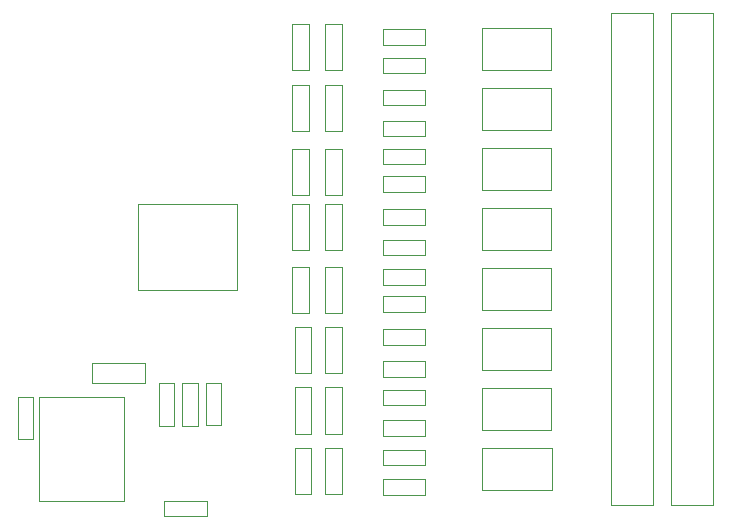
<source format=gbr>
G04 #@! TF.FileFunction,Other,User*
%FSLAX46Y46*%
G04 Gerber Fmt 4.6, Leading zero omitted, Abs format (unit mm)*
G04 Created by KiCad (PCBNEW 4.0.5) date Thursday, 11 May 2017 'PMt' 15:34:45*
%MOMM*%
%LPD*%
G01*
G04 APERTURE LIST*
%ADD10C,0.100000*%
%ADD11C,0.050000*%
G04 APERTURE END LIST*
D10*
D11*
X178540000Y-82020000D02*
X178540000Y-123720000D01*
X178540000Y-123720000D02*
X182140000Y-123720000D01*
X182140000Y-123720000D02*
X182140000Y-82020000D01*
X182140000Y-82020000D02*
X178540000Y-82020000D01*
X154150000Y-83450000D02*
X157750000Y-83450000D01*
X154150000Y-83450000D02*
X154150000Y-84750000D01*
X157750000Y-84750000D02*
X157750000Y-83450000D01*
X157750000Y-84750000D02*
X154150000Y-84750000D01*
X154171200Y-93533200D02*
X157771200Y-93533200D01*
X154171200Y-93533200D02*
X154171200Y-94833200D01*
X157771200Y-94833200D02*
X157771200Y-93533200D01*
X157771200Y-94833200D02*
X154171200Y-94833200D01*
X154171200Y-103744000D02*
X157771200Y-103744000D01*
X154171200Y-103744000D02*
X154171200Y-105044000D01*
X157771200Y-105044000D02*
X157771200Y-103744000D01*
X157771200Y-105044000D02*
X154171200Y-105044000D01*
X154150000Y-113950000D02*
X157750000Y-113950000D01*
X154150000Y-113950000D02*
X154150000Y-115250000D01*
X157750000Y-115250000D02*
X157750000Y-113950000D01*
X157750000Y-115250000D02*
X154150000Y-115250000D01*
X154150000Y-85850000D02*
X157750000Y-85850000D01*
X154150000Y-85850000D02*
X154150000Y-87150000D01*
X157750000Y-87150000D02*
X157750000Y-85850000D01*
X157750000Y-87150000D02*
X154150000Y-87150000D01*
X154171200Y-95870000D02*
X157771200Y-95870000D01*
X154171200Y-95870000D02*
X154171200Y-97170000D01*
X157771200Y-97170000D02*
X157771200Y-95870000D01*
X157771200Y-97170000D02*
X154171200Y-97170000D01*
X154150000Y-106030000D02*
X157750000Y-106030000D01*
X154150000Y-106030000D02*
X154150000Y-107330000D01*
X157750000Y-107330000D02*
X157750000Y-106030000D01*
X157750000Y-107330000D02*
X154150000Y-107330000D01*
X154150000Y-116550000D02*
X157750000Y-116550000D01*
X154150000Y-116550000D02*
X154150000Y-117850000D01*
X157750000Y-117850000D02*
X157750000Y-116550000D01*
X157750000Y-117850000D02*
X154150000Y-117850000D01*
X139250000Y-124650000D02*
X135650000Y-124650000D01*
X139250000Y-124650000D02*
X139250000Y-123350000D01*
X135650000Y-123350000D02*
X135650000Y-124650000D01*
X135650000Y-123350000D02*
X139250000Y-123350000D01*
X154171200Y-88554800D02*
X157771200Y-88554800D01*
X154171200Y-88554800D02*
X154171200Y-89854800D01*
X157771200Y-89854800D02*
X157771200Y-88554800D01*
X157771200Y-89854800D02*
X154171200Y-89854800D01*
X154150000Y-98664000D02*
X157750000Y-98664000D01*
X154150000Y-98664000D02*
X154150000Y-99964000D01*
X157750000Y-99964000D02*
X157750000Y-98664000D01*
X157750000Y-99964000D02*
X154150000Y-99964000D01*
X154150000Y-108824000D02*
X157750000Y-108824000D01*
X154150000Y-108824000D02*
X154150000Y-110124000D01*
X157750000Y-110124000D02*
X157750000Y-108824000D01*
X157750000Y-110124000D02*
X154150000Y-110124000D01*
X154150000Y-119034800D02*
X157750000Y-119034800D01*
X154150000Y-119034800D02*
X154150000Y-120334800D01*
X157750000Y-120334800D02*
X157750000Y-119034800D01*
X157750000Y-120334800D02*
X154150000Y-120334800D01*
X124550000Y-114550000D02*
X124550000Y-118150000D01*
X124550000Y-114550000D02*
X123250000Y-114550000D01*
X123250000Y-118150000D02*
X124550000Y-118150000D01*
X123250000Y-118150000D02*
X123250000Y-114550000D01*
X154171200Y-91196400D02*
X157771200Y-91196400D01*
X154171200Y-91196400D02*
X154171200Y-92496400D01*
X157771200Y-92496400D02*
X157771200Y-91196400D01*
X157771200Y-92496400D02*
X154171200Y-92496400D01*
X154171200Y-101254800D02*
X157771200Y-101254800D01*
X154171200Y-101254800D02*
X154171200Y-102554800D01*
X157771200Y-102554800D02*
X157771200Y-101254800D01*
X157771200Y-102554800D02*
X154171200Y-102554800D01*
X154171200Y-111550000D02*
X157771200Y-111550000D01*
X154171200Y-111550000D02*
X154171200Y-112850000D01*
X157771200Y-112850000D02*
X157771200Y-111550000D01*
X157771200Y-112850000D02*
X154171200Y-112850000D01*
X154150000Y-121550000D02*
X157750000Y-121550000D01*
X154150000Y-121550000D02*
X154150000Y-122850000D01*
X157750000Y-122850000D02*
X157750000Y-121550000D01*
X157750000Y-122850000D02*
X154150000Y-122850000D01*
X136480000Y-113390000D02*
X136480000Y-116990000D01*
X136480000Y-113390000D02*
X135180000Y-113390000D01*
X135180000Y-116990000D02*
X136480000Y-116990000D01*
X135180000Y-116990000D02*
X135180000Y-113390000D01*
X138480000Y-113390000D02*
X138480000Y-116990000D01*
X138480000Y-113390000D02*
X137180000Y-113390000D01*
X137180000Y-116990000D02*
X138480000Y-116990000D01*
X137180000Y-116990000D02*
X137180000Y-113390000D01*
X140480000Y-113350000D02*
X140480000Y-116950000D01*
X140480000Y-113350000D02*
X139180000Y-113350000D01*
X139180000Y-116950000D02*
X140480000Y-116950000D01*
X139180000Y-116950000D02*
X139180000Y-113350000D01*
X129530000Y-111660000D02*
X134030000Y-111660000D01*
X129530000Y-111660000D02*
X129530000Y-113410000D01*
X134030000Y-113410000D02*
X134030000Y-111660000D01*
X134030000Y-113410000D02*
X129530000Y-113410000D01*
X173460000Y-82020000D02*
X173460000Y-123720000D01*
X173460000Y-123720000D02*
X177060000Y-123720000D01*
X177060000Y-123720000D02*
X177060000Y-82020000D01*
X177060000Y-82020000D02*
X173460000Y-82020000D01*
X146500000Y-86860000D02*
X146500000Y-82950000D01*
X146500000Y-86860000D02*
X147900000Y-86860000D01*
X147900000Y-82950000D02*
X146500000Y-82950000D01*
X147900000Y-82950000D02*
X147900000Y-86860000D01*
X146500000Y-97460000D02*
X146500000Y-93550000D01*
X146500000Y-97460000D02*
X147900000Y-97460000D01*
X147900000Y-93550000D02*
X146500000Y-93550000D01*
X147900000Y-93550000D02*
X147900000Y-97460000D01*
X149300000Y-107460000D02*
X149300000Y-103550000D01*
X149300000Y-107460000D02*
X150700000Y-107460000D01*
X150700000Y-103550000D02*
X149300000Y-103550000D01*
X150700000Y-103550000D02*
X150700000Y-107460000D01*
X149300000Y-117660000D02*
X149300000Y-113750000D01*
X149300000Y-117660000D02*
X150700000Y-117660000D01*
X150700000Y-113750000D02*
X149300000Y-113750000D01*
X150700000Y-113750000D02*
X150700000Y-117660000D01*
X149300000Y-86860000D02*
X149300000Y-82950000D01*
X149300000Y-86860000D02*
X150700000Y-86860000D01*
X150700000Y-82950000D02*
X149300000Y-82950000D01*
X150700000Y-82950000D02*
X150700000Y-86860000D01*
X149300000Y-97460000D02*
X149300000Y-93550000D01*
X149300000Y-97460000D02*
X150700000Y-97460000D01*
X150700000Y-93550000D02*
X149300000Y-93550000D01*
X150700000Y-93550000D02*
X150700000Y-97460000D01*
X146500000Y-107460000D02*
X146500000Y-103550000D01*
X146500000Y-107460000D02*
X147900000Y-107460000D01*
X147900000Y-103550000D02*
X146500000Y-103550000D01*
X147900000Y-103550000D02*
X147900000Y-107460000D01*
X146700000Y-117660000D02*
X146700000Y-113750000D01*
X146700000Y-117660000D02*
X148100000Y-117660000D01*
X148100000Y-113750000D02*
X146700000Y-113750000D01*
X148100000Y-113750000D02*
X148100000Y-117660000D01*
X146500000Y-92060000D02*
X146500000Y-88150000D01*
X146500000Y-92060000D02*
X147900000Y-92060000D01*
X147900000Y-88150000D02*
X146500000Y-88150000D01*
X147900000Y-88150000D02*
X147900000Y-92060000D01*
X146500000Y-102120000D02*
X146500000Y-98210000D01*
X146500000Y-102120000D02*
X147900000Y-102120000D01*
X147900000Y-98210000D02*
X146500000Y-98210000D01*
X147900000Y-98210000D02*
X147900000Y-102120000D01*
X149300000Y-112560000D02*
X149300000Y-108650000D01*
X149300000Y-112560000D02*
X150700000Y-112560000D01*
X150700000Y-108650000D02*
X149300000Y-108650000D01*
X150700000Y-108650000D02*
X150700000Y-112560000D01*
X149300000Y-122760000D02*
X149300000Y-118850000D01*
X149300000Y-122760000D02*
X150700000Y-122760000D01*
X150700000Y-118850000D02*
X149300000Y-118850000D01*
X150700000Y-118850000D02*
X150700000Y-122760000D01*
X149300000Y-92060000D02*
X149300000Y-88150000D01*
X149300000Y-92060000D02*
X150700000Y-92060000D01*
X150700000Y-88150000D02*
X149300000Y-88150000D01*
X150700000Y-88150000D02*
X150700000Y-92060000D01*
X149300000Y-102120000D02*
X149300000Y-98210000D01*
X149300000Y-102120000D02*
X150700000Y-102120000D01*
X150700000Y-98210000D02*
X149300000Y-98210000D01*
X150700000Y-98210000D02*
X150700000Y-102120000D01*
X146700000Y-112560000D02*
X146700000Y-108650000D01*
X146700000Y-112560000D02*
X148100000Y-112560000D01*
X148100000Y-108650000D02*
X146700000Y-108650000D01*
X148100000Y-108650000D02*
X148100000Y-112560000D01*
X146700000Y-122760000D02*
X146700000Y-118850000D01*
X146700000Y-122760000D02*
X148100000Y-122760000D01*
X148100000Y-118850000D02*
X146700000Y-118850000D01*
X148100000Y-118850000D02*
X148100000Y-122760000D01*
X141825000Y-98200000D02*
X133425000Y-98200000D01*
X141825000Y-105500000D02*
X133425000Y-105500000D01*
X141825000Y-98200000D02*
X141825000Y-105500000D01*
X133425000Y-98200000D02*
X133425000Y-105500000D01*
X162540000Y-83290000D02*
X162540000Y-86890000D01*
X168440000Y-83290000D02*
X168440000Y-86890000D01*
X162540000Y-83290000D02*
X168440000Y-83290000D01*
X162540000Y-86890000D02*
X168440000Y-86890000D01*
X162540000Y-93450000D02*
X162540000Y-97050000D01*
X168440000Y-93450000D02*
X168440000Y-97050000D01*
X162540000Y-93450000D02*
X168440000Y-93450000D01*
X162540000Y-97050000D02*
X168440000Y-97050000D01*
X162540000Y-103610000D02*
X162540000Y-107210000D01*
X168440000Y-103610000D02*
X168440000Y-107210000D01*
X162540000Y-103610000D02*
X168440000Y-103610000D01*
X162540000Y-107210000D02*
X168440000Y-107210000D01*
X162540000Y-113770000D02*
X162540000Y-117370000D01*
X168440000Y-113770000D02*
X168440000Y-117370000D01*
X162540000Y-113770000D02*
X168440000Y-113770000D01*
X162540000Y-117370000D02*
X168440000Y-117370000D01*
X125050000Y-114590000D02*
X125050000Y-123390000D01*
X132250000Y-114590000D02*
X125050000Y-114590000D01*
X132250000Y-123390000D02*
X132250000Y-114590000D01*
X125050000Y-123390000D02*
X132250000Y-123390000D01*
X162540000Y-88370000D02*
X162540000Y-91970000D01*
X168440000Y-88370000D02*
X168440000Y-91970000D01*
X162540000Y-88370000D02*
X168440000Y-88370000D01*
X162540000Y-91970000D02*
X168440000Y-91970000D01*
X162540000Y-98530000D02*
X162540000Y-102130000D01*
X168440000Y-98530000D02*
X168440000Y-102130000D01*
X162540000Y-98530000D02*
X168440000Y-98530000D01*
X162540000Y-102130000D02*
X168440000Y-102130000D01*
X162540000Y-108690000D02*
X162540000Y-112290000D01*
X168440000Y-108690000D02*
X168440000Y-112290000D01*
X162540000Y-108690000D02*
X168440000Y-108690000D01*
X162540000Y-112290000D02*
X168440000Y-112290000D01*
X162565400Y-118850000D02*
X162565400Y-122450000D01*
X168465400Y-118850000D02*
X168465400Y-122450000D01*
X162565400Y-118850000D02*
X168465400Y-118850000D01*
X162565400Y-122450000D02*
X168465400Y-122450000D01*
M02*

</source>
